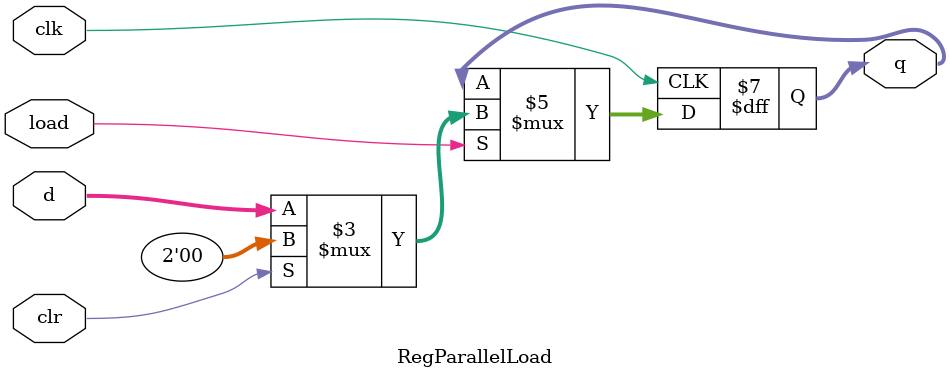
<source format=v>
`timescale 1ns / 1ps



module RegParallelLoad #(parameter SIZE=2) 
(
    input clk,
    input load, clr,
    input [SIZE-1:0] d,
    output reg [SIZE-1:0] q
);

    always @ (posedge clk)
        if (load)
			if (clr) 
				q <= 0;
            else
			    q <= d;

endmodule

</source>
